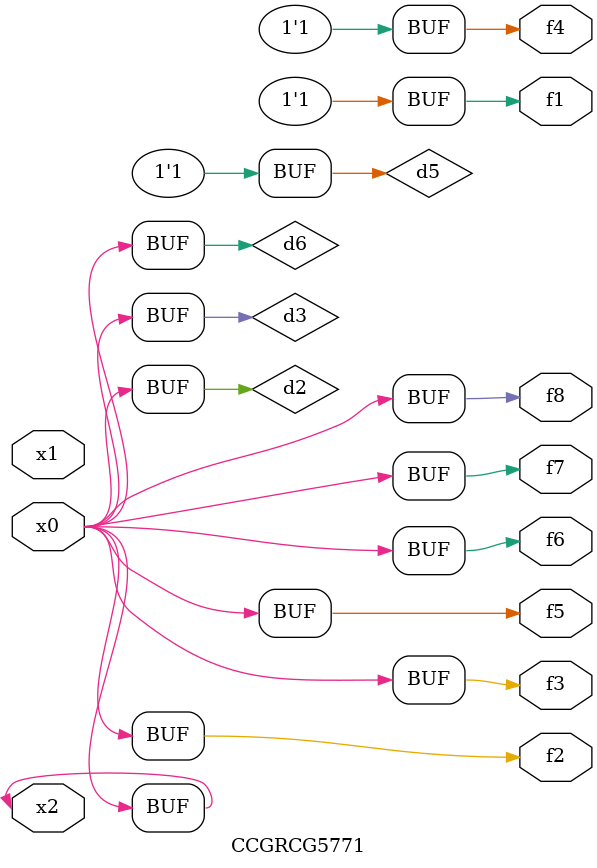
<source format=v>
module CCGRCG5771(
	input x0, x1, x2,
	output f1, f2, f3, f4, f5, f6, f7, f8
);

	wire d1, d2, d3, d4, d5, d6;

	xnor (d1, x2);
	buf (d2, x0, x2);
	and (d3, x0);
	xnor (d4, x1, x2);
	nand (d5, d1, d3);
	buf (d6, d2, d3);
	assign f1 = d5;
	assign f2 = d6;
	assign f3 = d6;
	assign f4 = d5;
	assign f5 = d6;
	assign f6 = d6;
	assign f7 = d6;
	assign f8 = d6;
endmodule

</source>
